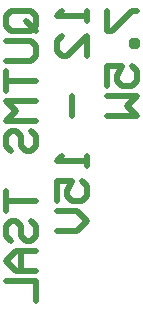
<source format=gbo>
G04*
G04 #@! TF.GenerationSoftware,Altium Limited,Altium Designer,20.1.14 (287)*
G04*
G04 Layer_Color=32896*
%FSLAX25Y25*%
%MOIN*%
G70*
G04*
G04 #@! TF.SameCoordinates,C01F18E2-E006-4B54-A768-756A2DF816C6*
G04*
G04*
G04 #@! TF.FilePolarity,Positive*
G04*
G01*
G75*
%ADD40C,0.02000*%
D40*
X247742Y268835D02*
X241077D01*
X239411Y270501D01*
Y273834D01*
X241077Y275500D01*
X247742D01*
X249408Y273834D01*
Y270501D01*
X246075Y272168D02*
X249408Y268835D01*
Y270501D02*
X247742Y268835D01*
X239411Y265503D02*
X247742D01*
X249408Y263837D01*
Y260505D01*
X247742Y258839D01*
X239411D01*
Y255506D02*
Y248842D01*
Y252174D01*
X249408D01*
Y245510D02*
X239411D01*
X242743Y242177D01*
X239411Y238845D01*
X249408D01*
X241077Y228848D02*
X239411Y230514D01*
Y233847D01*
X241077Y235513D01*
X242743D01*
X244409Y233847D01*
Y230514D01*
X246075Y228848D01*
X247742D01*
X249408Y230514D01*
Y233847D01*
X247742Y235513D01*
X239411Y215519D02*
Y208855D01*
Y212187D01*
X249408D01*
X241077Y198858D02*
X239411Y200524D01*
Y203856D01*
X241077Y205522D01*
X242743D01*
X244409Y203856D01*
Y200524D01*
X246075Y198858D01*
X247742D01*
X249408Y200524D01*
Y203856D01*
X247742Y205522D01*
X249408Y195526D02*
X242743D01*
X239411Y192193D01*
X242743Y188861D01*
X249408D01*
X244409D01*
Y195526D01*
X239411Y185529D02*
X249408D01*
Y178864D01*
X266204Y275500D02*
Y272168D01*
Y273834D01*
X256207D01*
X257873Y275500D01*
X266204Y260505D02*
Y267169D01*
X259539Y260505D01*
X257873D01*
X256207Y262171D01*
Y265503D01*
X257873Y267169D01*
X261205Y247176D02*
Y240511D01*
X266204Y227182D02*
Y223850D01*
Y225516D01*
X256207D01*
X257873Y227182D01*
X256207Y212187D02*
Y218851D01*
X261205D01*
X259539Y215519D01*
Y213853D01*
X261205Y212187D01*
X264538D01*
X266204Y213853D01*
Y217185D01*
X264538Y218851D01*
X256207Y208855D02*
X262872D01*
X266204Y205522D01*
X262872Y202190D01*
X256207D01*
X273003Y275500D02*
Y268835D01*
X274669D01*
X281334Y275500D01*
X283000D01*
Y265503D02*
X281334D01*
Y263837D01*
X283000D01*
Y265503D01*
X273003Y250508D02*
Y257172D01*
X278001D01*
X276335Y253840D01*
Y252174D01*
X278001Y250508D01*
X281334D01*
X283000Y252174D01*
Y255506D01*
X281334Y257172D01*
X273003Y247176D02*
X283000D01*
X279668Y243843D01*
X283000Y240511D01*
X273003D01*
M02*

</source>
